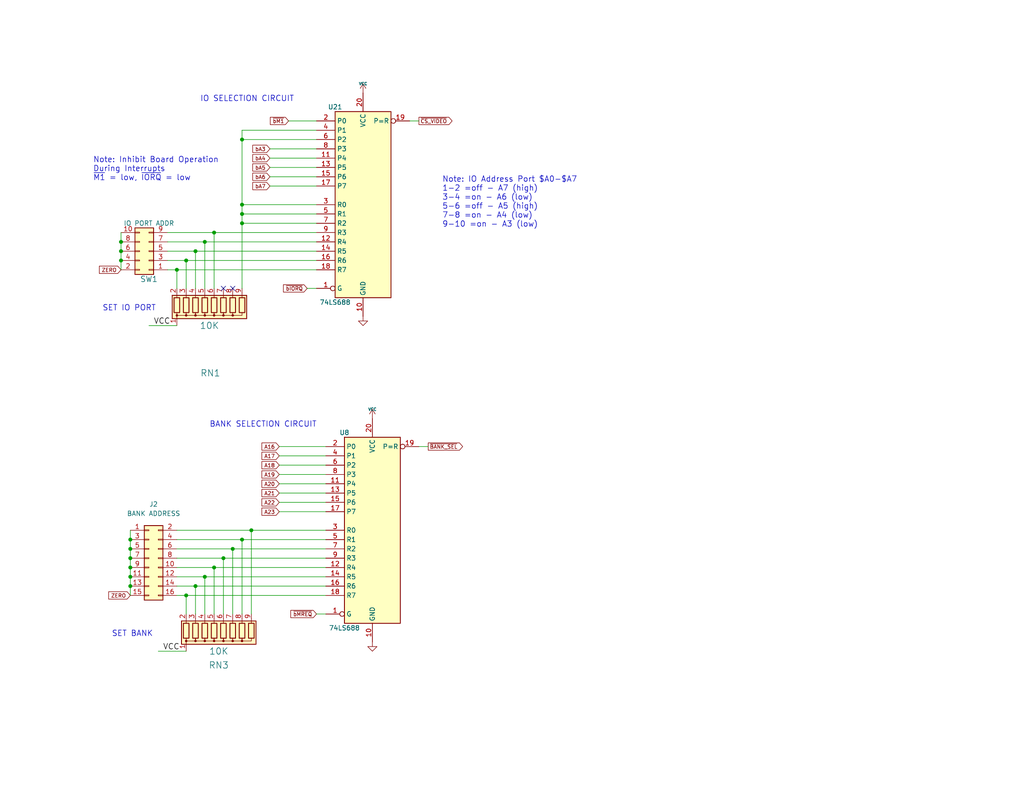
<source format=kicad_sch>
(kicad_sch (version 20230121) (generator eeschema)

  (uuid a085dca1-1c9e-46f1-bff4-cabeca5192f6)

  (paper "A")

  (title_block
    (title "Duodyne Memory Mapped VGA Video Output")
    (date "2024-12-08")
    (rev "V0.8")
  )

  (lib_symbols
    (symbol "74xx:74LS688" (in_bom yes) (on_board yes)
      (property "Reference" "U" (at -7.62 26.67 0)
        (effects (font (size 1.27 1.27)))
      )
      (property "Value" "74LS688" (at -7.62 -26.67 0)
        (effects (font (size 1.27 1.27)))
      )
      (property "Footprint" "" (at 0 0 0)
        (effects (font (size 1.27 1.27)) hide)
      )
      (property "Datasheet" "http://www.ti.com/lit/gpn/sn74LS688" (at 0 0 0)
        (effects (font (size 1.27 1.27)) hide)
      )
      (property "ki_keywords" "TTL DECOD Arith" (at 0 0 0)
        (effects (font (size 1.27 1.27)) hide)
      )
      (property "ki_description" "8-bit magnitude comparator" (at 0 0 0)
        (effects (font (size 1.27 1.27)) hide)
      )
      (property "ki_fp_filters" "DIP?20* SOIC?20* SO?20* TSSOP?20*" (at 0 0 0)
        (effects (font (size 1.27 1.27)) hide)
      )
      (symbol "74LS688_1_0"
        (pin input inverted (at -12.7 -22.86 0) (length 5.08)
          (name "G" (effects (font (size 1.27 1.27))))
          (number "1" (effects (font (size 1.27 1.27))))
        )
        (pin power_in line (at 0 -30.48 90) (length 5.08)
          (name "GND" (effects (font (size 1.27 1.27))))
          (number "10" (effects (font (size 1.27 1.27))))
        )
        (pin input line (at -12.7 12.7 0) (length 5.08)
          (name "P4" (effects (font (size 1.27 1.27))))
          (number "11" (effects (font (size 1.27 1.27))))
        )
        (pin input line (at -12.7 -10.16 0) (length 5.08)
          (name "R4" (effects (font (size 1.27 1.27))))
          (number "12" (effects (font (size 1.27 1.27))))
        )
        (pin input line (at -12.7 10.16 0) (length 5.08)
          (name "P5" (effects (font (size 1.27 1.27))))
          (number "13" (effects (font (size 1.27 1.27))))
        )
        (pin input line (at -12.7 -12.7 0) (length 5.08)
          (name "R5" (effects (font (size 1.27 1.27))))
          (number "14" (effects (font (size 1.27 1.27))))
        )
        (pin input line (at -12.7 7.62 0) (length 5.08)
          (name "P6" (effects (font (size 1.27 1.27))))
          (number "15" (effects (font (size 1.27 1.27))))
        )
        (pin input line (at -12.7 -15.24 0) (length 5.08)
          (name "R6" (effects (font (size 1.27 1.27))))
          (number "16" (effects (font (size 1.27 1.27))))
        )
        (pin input line (at -12.7 5.08 0) (length 5.08)
          (name "P7" (effects (font (size 1.27 1.27))))
          (number "17" (effects (font (size 1.27 1.27))))
        )
        (pin input line (at -12.7 -17.78 0) (length 5.08)
          (name "R7" (effects (font (size 1.27 1.27))))
          (number "18" (effects (font (size 1.27 1.27))))
        )
        (pin output inverted (at 12.7 22.86 180) (length 5.08)
          (name "P=R" (effects (font (size 1.27 1.27))))
          (number "19" (effects (font (size 1.27 1.27))))
        )
        (pin input line (at -12.7 22.86 0) (length 5.08)
          (name "P0" (effects (font (size 1.27 1.27))))
          (number "2" (effects (font (size 1.27 1.27))))
        )
        (pin power_in line (at 0 30.48 270) (length 5.08)
          (name "VCC" (effects (font (size 1.27 1.27))))
          (number "20" (effects (font (size 1.27 1.27))))
        )
        (pin input line (at -12.7 0 0) (length 5.08)
          (name "R0" (effects (font (size 1.27 1.27))))
          (number "3" (effects (font (size 1.27 1.27))))
        )
        (pin input line (at -12.7 20.32 0) (length 5.08)
          (name "P1" (effects (font (size 1.27 1.27))))
          (number "4" (effects (font (size 1.27 1.27))))
        )
        (pin input line (at -12.7 -2.54 0) (length 5.08)
          (name "R1" (effects (font (size 1.27 1.27))))
          (number "5" (effects (font (size 1.27 1.27))))
        )
        (pin input line (at -12.7 17.78 0) (length 5.08)
          (name "P2" (effects (font (size 1.27 1.27))))
          (number "6" (effects (font (size 1.27 1.27))))
        )
        (pin input line (at -12.7 -5.08 0) (length 5.08)
          (name "R2" (effects (font (size 1.27 1.27))))
          (number "7" (effects (font (size 1.27 1.27))))
        )
        (pin input line (at -12.7 15.24 0) (length 5.08)
          (name "P3" (effects (font (size 1.27 1.27))))
          (number "8" (effects (font (size 1.27 1.27))))
        )
        (pin input line (at -12.7 -7.62 0) (length 5.08)
          (name "R3" (effects (font (size 1.27 1.27))))
          (number "9" (effects (font (size 1.27 1.27))))
        )
      )
      (symbol "74LS688_1_1"
        (rectangle (start -7.62 25.4) (end 7.62 -25.4)
          (stroke (width 0.254) (type default))
          (fill (type background))
        )
      )
    )
    (symbol "Connector_Generic:Conn_02x05_Odd_Even" (pin_names (offset 1.016) hide) (in_bom yes) (on_board yes)
      (property "Reference" "J" (at 1.27 7.62 0)
        (effects (font (size 1.27 1.27)))
      )
      (property "Value" "Conn_02x05_Odd_Even" (at 1.27 -7.62 0)
        (effects (font (size 1.27 1.27)))
      )
      (property "Footprint" "" (at 0 0 0)
        (effects (font (size 1.27 1.27)) hide)
      )
      (property "Datasheet" "~" (at 0 0 0)
        (effects (font (size 1.27 1.27)) hide)
      )
      (property "ki_keywords" "connector" (at 0 0 0)
        (effects (font (size 1.27 1.27)) hide)
      )
      (property "ki_description" "Generic connector, double row, 02x05, odd/even pin numbering scheme (row 1 odd numbers, row 2 even numbers), script generated (kicad-library-utils/schlib/autogen/connector/)" (at 0 0 0)
        (effects (font (size 1.27 1.27)) hide)
      )
      (property "ki_fp_filters" "Connector*:*_2x??_*" (at 0 0 0)
        (effects (font (size 1.27 1.27)) hide)
      )
      (symbol "Conn_02x05_Odd_Even_1_1"
        (rectangle (start -1.27 -4.953) (end 0 -5.207)
          (stroke (width 0.1524) (type default))
          (fill (type none))
        )
        (rectangle (start -1.27 -2.413) (end 0 -2.667)
          (stroke (width 0.1524) (type default))
          (fill (type none))
        )
        (rectangle (start -1.27 0.127) (end 0 -0.127)
          (stroke (width 0.1524) (type default))
          (fill (type none))
        )
        (rectangle (start -1.27 2.667) (end 0 2.413)
          (stroke (width 0.1524) (type default))
          (fill (type none))
        )
        (rectangle (start -1.27 5.207) (end 0 4.953)
          (stroke (width 0.1524) (type default))
          (fill (type none))
        )
        (rectangle (start -1.27 6.35) (end 3.81 -6.35)
          (stroke (width 0.254) (type default))
          (fill (type background))
        )
        (rectangle (start 3.81 -4.953) (end 2.54 -5.207)
          (stroke (width 0.1524) (type default))
          (fill (type none))
        )
        (rectangle (start 3.81 -2.413) (end 2.54 -2.667)
          (stroke (width 0.1524) (type default))
          (fill (type none))
        )
        (rectangle (start 3.81 0.127) (end 2.54 -0.127)
          (stroke (width 0.1524) (type default))
          (fill (type none))
        )
        (rectangle (start 3.81 2.667) (end 2.54 2.413)
          (stroke (width 0.1524) (type default))
          (fill (type none))
        )
        (rectangle (start 3.81 5.207) (end 2.54 4.953)
          (stroke (width 0.1524) (type default))
          (fill (type none))
        )
        (pin passive line (at -5.08 5.08 0) (length 3.81)
          (name "Pin_1" (effects (font (size 1.27 1.27))))
          (number "1" (effects (font (size 1.27 1.27))))
        )
        (pin passive line (at 7.62 -5.08 180) (length 3.81)
          (name "Pin_10" (effects (font (size 1.27 1.27))))
          (number "10" (effects (font (size 1.27 1.27))))
        )
        (pin passive line (at 7.62 5.08 180) (length 3.81)
          (name "Pin_2" (effects (font (size 1.27 1.27))))
          (number "2" (effects (font (size 1.27 1.27))))
        )
        (pin passive line (at -5.08 2.54 0) (length 3.81)
          (name "Pin_3" (effects (font (size 1.27 1.27))))
          (number "3" (effects (font (size 1.27 1.27))))
        )
        (pin passive line (at 7.62 2.54 180) (length 3.81)
          (name "Pin_4" (effects (font (size 1.27 1.27))))
          (number "4" (effects (font (size 1.27 1.27))))
        )
        (pin passive line (at -5.08 0 0) (length 3.81)
          (name "Pin_5" (effects (font (size 1.27 1.27))))
          (number "5" (effects (font (size 1.27 1.27))))
        )
        (pin passive line (at 7.62 0 180) (length 3.81)
          (name "Pin_6" (effects (font (size 1.27 1.27))))
          (number "6" (effects (font (size 1.27 1.27))))
        )
        (pin passive line (at -5.08 -2.54 0) (length 3.81)
          (name "Pin_7" (effects (font (size 1.27 1.27))))
          (number "7" (effects (font (size 1.27 1.27))))
        )
        (pin passive line (at 7.62 -2.54 180) (length 3.81)
          (name "Pin_8" (effects (font (size 1.27 1.27))))
          (number "8" (effects (font (size 1.27 1.27))))
        )
        (pin passive line (at -5.08 -5.08 0) (length 3.81)
          (name "Pin_9" (effects (font (size 1.27 1.27))))
          (number "9" (effects (font (size 1.27 1.27))))
        )
      )
    )
    (symbol "Connector_Generic:Conn_02x08_Odd_Even" (pin_names (offset 1.016) hide) (in_bom yes) (on_board yes)
      (property "Reference" "J" (at 1.27 10.16 0)
        (effects (font (size 1.27 1.27)))
      )
      (property "Value" "Conn_02x08_Odd_Even" (at 1.27 -12.7 0)
        (effects (font (size 1.27 1.27)))
      )
      (property "Footprint" "" (at 0 0 0)
        (effects (font (size 1.27 1.27)) hide)
      )
      (property "Datasheet" "~" (at 0 0 0)
        (effects (font (size 1.27 1.27)) hide)
      )
      (property "ki_keywords" "connector" (at 0 0 0)
        (effects (font (size 1.27 1.27)) hide)
      )
      (property "ki_description" "Generic connector, double row, 02x08, odd/even pin numbering scheme (row 1 odd numbers, row 2 even numbers), script generated (kicad-library-utils/schlib/autogen/connector/)" (at 0 0 0)
        (effects (font (size 1.27 1.27)) hide)
      )
      (property "ki_fp_filters" "Connector*:*_2x??_*" (at 0 0 0)
        (effects (font (size 1.27 1.27)) hide)
      )
      (symbol "Conn_02x08_Odd_Even_1_1"
        (rectangle (start -1.27 -10.033) (end 0 -10.287)
          (stroke (width 0.1524) (type default))
          (fill (type none))
        )
        (rectangle (start -1.27 -7.493) (end 0 -7.747)
          (stroke (width 0.1524) (type default))
          (fill (type none))
        )
        (rectangle (start -1.27 -4.953) (end 0 -5.207)
          (stroke (width 0.1524) (type default))
          (fill (type none))
        )
        (rectangle (start -1.27 -2.413) (end 0 -2.667)
          (stroke (width 0.1524) (type default))
          (fill (type none))
        )
        (rectangle (start -1.27 0.127) (end 0 -0.127)
          (stroke (width 0.1524) (type default))
          (fill (type none))
        )
        (rectangle (start -1.27 2.667) (end 0 2.413)
          (stroke (width 0.1524) (type default))
          (fill (type none))
        )
        (rectangle (start -1.27 5.207) (end 0 4.953)
          (stroke (width 0.1524) (type default))
          (fill (type none))
        )
        (rectangle (start -1.27 7.747) (end 0 7.493)
          (stroke (width 0.1524) (type default))
          (fill (type none))
        )
        (rectangle (start -1.27 8.89) (end 3.81 -11.43)
          (stroke (width 0.254) (type default))
          (fill (type background))
        )
        (rectangle (start 3.81 -10.033) (end 2.54 -10.287)
          (stroke (width 0.1524) (type default))
          (fill (type none))
        )
        (rectangle (start 3.81 -7.493) (end 2.54 -7.747)
          (stroke (width 0.1524) (type default))
          (fill (type none))
        )
        (rectangle (start 3.81 -4.953) (end 2.54 -5.207)
          (stroke (width 0.1524) (type default))
          (fill (type none))
        )
        (rectangle (start 3.81 -2.413) (end 2.54 -2.667)
          (stroke (width 0.1524) (type default))
          (fill (type none))
        )
        (rectangle (start 3.81 0.127) (end 2.54 -0.127)
          (stroke (width 0.1524) (type default))
          (fill (type none))
        )
        (rectangle (start 3.81 2.667) (end 2.54 2.413)
          (stroke (width 0.1524) (type default))
          (fill (type none))
        )
        (rectangle (start 3.81 5.207) (end 2.54 4.953)
          (stroke (width 0.1524) (type default))
          (fill (type none))
        )
        (rectangle (start 3.81 7.747) (end 2.54 7.493)
          (stroke (width 0.1524) (type default))
          (fill (type none))
        )
        (pin passive line (at -5.08 7.62 0) (length 3.81)
          (name "Pin_1" (effects (font (size 1.27 1.27))))
          (number "1" (effects (font (size 1.27 1.27))))
        )
        (pin passive line (at 7.62 -2.54 180) (length 3.81)
          (name "Pin_10" (effects (font (size 1.27 1.27))))
          (number "10" (effects (font (size 1.27 1.27))))
        )
        (pin passive line (at -5.08 -5.08 0) (length 3.81)
          (name "Pin_11" (effects (font (size 1.27 1.27))))
          (number "11" (effects (font (size 1.27 1.27))))
        )
        (pin passive line (at 7.62 -5.08 180) (length 3.81)
          (name "Pin_12" (effects (font (size 1.27 1.27))))
          (number "12" (effects (font (size 1.27 1.27))))
        )
        (pin passive line (at -5.08 -7.62 0) (length 3.81)
          (name "Pin_13" (effects (font (size 1.27 1.27))))
          (number "13" (effects (font (size 1.27 1.27))))
        )
        (pin passive line (at 7.62 -7.62 180) (length 3.81)
          (name "Pin_14" (effects (font (size 1.27 1.27))))
          (number "14" (effects (font (size 1.27 1.27))))
        )
        (pin passive line (at -5.08 -10.16 0) (length 3.81)
          (name "Pin_15" (effects (font (size 1.27 1.27))))
          (number "15" (effects (font (size 1.27 1.27))))
        )
        (pin passive line (at 7.62 -10.16 180) (length 3.81)
          (name "Pin_16" (effects (font (size 1.27 1.27))))
          (number "16" (effects (font (size 1.27 1.27))))
        )
        (pin passive line (at 7.62 7.62 180) (length 3.81)
          (name "Pin_2" (effects (font (size 1.27 1.27))))
          (number "2" (effects (font (size 1.27 1.27))))
        )
        (pin passive line (at -5.08 5.08 0) (length 3.81)
          (name "Pin_3" (effects (font (size 1.27 1.27))))
          (number "3" (effects (font (size 1.27 1.27))))
        )
        (pin passive line (at 7.62 5.08 180) (length 3.81)
          (name "Pin_4" (effects (font (size 1.27 1.27))))
          (number "4" (effects (font (size 1.27 1.27))))
        )
        (pin passive line (at -5.08 2.54 0) (length 3.81)
          (name "Pin_5" (effects (font (size 1.27 1.27))))
          (number "5" (effects (font (size 1.27 1.27))))
        )
        (pin passive line (at 7.62 2.54 180) (length 3.81)
          (name "Pin_6" (effects (font (size 1.27 1.27))))
          (number "6" (effects (font (size 1.27 1.27))))
        )
        (pin passive line (at -5.08 0 0) (length 3.81)
          (name "Pin_7" (effects (font (size 1.27 1.27))))
          (number "7" (effects (font (size 1.27 1.27))))
        )
        (pin passive line (at 7.62 0 180) (length 3.81)
          (name "Pin_8" (effects (font (size 1.27 1.27))))
          (number "8" (effects (font (size 1.27 1.27))))
        )
        (pin passive line (at -5.08 -2.54 0) (length 3.81)
          (name "Pin_9" (effects (font (size 1.27 1.27))))
          (number "9" (effects (font (size 1.27 1.27))))
        )
      )
    )
    (symbol "Device:R_Network08" (pin_names (offset 0) hide) (in_bom yes) (on_board yes)
      (property "Reference" "RN" (at -12.7 0 90)
        (effects (font (size 1.27 1.27)))
      )
      (property "Value" "R_Network08" (at 10.16 0 90)
        (effects (font (size 1.27 1.27)))
      )
      (property "Footprint" "Resistor_THT:R_Array_SIP9" (at 12.065 0 90)
        (effects (font (size 1.27 1.27)) hide)
      )
      (property "Datasheet" "http://www.vishay.com/docs/31509/csc.pdf" (at 0 0 0)
        (effects (font (size 1.27 1.27)) hide)
      )
      (property "ki_keywords" "R network star-topology" (at 0 0 0)
        (effects (font (size 1.27 1.27)) hide)
      )
      (property "ki_description" "8 resistor network, star topology, bussed resistors, small symbol" (at 0 0 0)
        (effects (font (size 1.27 1.27)) hide)
      )
      (property "ki_fp_filters" "R?Array?SIP*" (at 0 0 0)
        (effects (font (size 1.27 1.27)) hide)
      )
      (symbol "R_Network08_0_1"
        (rectangle (start -11.43 -3.175) (end 8.89 3.175)
          (stroke (width 0.254) (type default))
          (fill (type background))
        )
        (rectangle (start -10.922 1.524) (end -9.398 -2.54)
          (stroke (width 0.254) (type default))
          (fill (type none))
        )
        (circle (center -10.16 2.286) (radius 0.254)
          (stroke (width 0) (type default))
          (fill (type outline))
        )
        (rectangle (start -8.382 1.524) (end -6.858 -2.54)
          (stroke (width 0.254) (type default))
          (fill (type none))
        )
        (circle (center -7.62 2.286) (radius 0.254)
          (stroke (width 0) (type default))
          (fill (type outline))
        )
        (rectangle (start -5.842 1.524) (end -4.318 -2.54)
          (stroke (width 0.254) (type default))
          (fill (type none))
        )
        (circle (center -5.08 2.286) (radius 0.254)
          (stroke (width 0) (type default))
          (fill (type outline))
        )
        (rectangle (start -3.302 1.524) (end -1.778 -2.54)
          (stroke (width 0.254) (type default))
          (fill (type none))
        )
        (circle (center -2.54 2.286) (radius 0.254)
          (stroke (width 0) (type default))
          (fill (type outline))
        )
        (rectangle (start -0.762 1.524) (end 0.762 -2.54)
          (stroke (width 0.254) (type default))
          (fill (type none))
        )
        (polyline
          (pts
            (xy -10.16 -2.54)
            (xy -10.16 -3.81)
          )
          (stroke (width 0) (type default))
          (fill (type none))
        )
        (polyline
          (pts
            (xy -7.62 -2.54)
            (xy -7.62 -3.81)
          )
          (stroke (width 0) (type default))
          (fill (type none))
        )
        (polyline
          (pts
            (xy -5.08 -2.54)
            (xy -5.08 -3.81)
          )
          (stroke (width 0) (type default))
          (fill (type none))
        )
        (polyline
          (pts
            (xy -2.54 -2.54)
            (xy -2.54 -3.81)
          )
          (stroke (width 0) (type default))
          (fill (type none))
        )
        (polyline
          (pts
            (xy 0 -2.54)
            (xy 0 -3.81)
          )
          (stroke (width 0) (type default))
          (fill (type none))
        )
        (polyline
          (pts
            (xy 2.54 -2.54)
            (xy 2.54 -3.81)
          )
          (stroke (width 0) (type default))
          (fill (type none))
        )
        (polyline
          (pts
            (xy 5.08 -2.54)
            (xy 5.08 -3.81)
          )
          (stroke (width 0) (type default))
          (fill (type none))
        )
        (polyline
          (pts
            (xy 7.62 -2.54)
            (xy 7.62 -3.81)
          )
          (stroke (width 0) (type default))
          (fill (type none))
        )
        (polyline
          (pts
            (xy -10.16 1.524)
            (xy -10.16 2.286)
            (xy -7.62 2.286)
            (xy -7.62 1.524)
          )
          (stroke (width 0) (type default))
          (fill (type none))
        )
        (polyline
          (pts
            (xy -7.62 1.524)
            (xy -7.62 2.286)
            (xy -5.08 2.286)
            (xy -5.08 1.524)
          )
          (stroke (width 0) (type default))
          (fill (type none))
        )
        (polyline
          (pts
            (xy -5.08 1.524)
            (xy -5.08 2.286)
            (xy -2.54 2.286)
            (xy -2.54 1.524)
          )
          (stroke (width 0) (type default))
          (fill (type none))
        )
        (polyline
          (pts
            (xy -2.54 1.524)
            (xy -2.54 2.286)
            (xy 0 2.286)
            (xy 0 1.524)
          )
          (stroke (width 0) (type default))
          (fill (type none))
        )
        (polyline
          (pts
            (xy 0 1.524)
            (xy 0 2.286)
            (xy 2.54 2.286)
            (xy 2.54 1.524)
          )
          (stroke (width 0) (type default))
          (fill (type none))
        )
        (polyline
          (pts
            (xy 2.54 1.524)
            (xy 2.54 2.286)
            (xy 5.08 2.286)
            (xy 5.08 1.524)
          )
          (stroke (width 0) (type default))
          (fill (type none))
        )
        (polyline
          (pts
            (xy 5.08 1.524)
            (xy 5.08 2.286)
            (xy 7.62 2.286)
            (xy 7.62 1.524)
          )
          (stroke (width 0) (type default))
          (fill (type none))
        )
        (circle (center 0 2.286) (radius 0.254)
          (stroke (width 0) (type default))
          (fill (type outline))
        )
        (rectangle (start 1.778 1.524) (end 3.302 -2.54)
          (stroke (width 0.254) (type default))
          (fill (type none))
        )
        (circle (center 2.54 2.286) (radius 0.254)
          (stroke (width 0) (type default))
          (fill (type outline))
        )
        (rectangle (start 4.318 1.524) (end 5.842 -2.54)
          (stroke (width 0.254) (type default))
          (fill (type none))
        )
        (circle (center 5.08 2.286) (radius 0.254)
          (stroke (width 0) (type default))
          (fill (type outline))
        )
        (rectangle (start 6.858 1.524) (end 8.382 -2.54)
          (stroke (width 0.254) (type default))
          (fill (type none))
        )
      )
      (symbol "R_Network08_1_1"
        (pin passive line (at -10.16 5.08 270) (length 2.54)
          (name "common" (effects (font (size 1.27 1.27))))
          (number "1" (effects (font (size 1.27 1.27))))
        )
        (pin passive line (at -10.16 -5.08 90) (length 1.27)
          (name "R1" (effects (font (size 1.27 1.27))))
          (number "2" (effects (font (size 1.27 1.27))))
        )
        (pin passive line (at -7.62 -5.08 90) (length 1.27)
          (name "R2" (effects (font (size 1.27 1.27))))
          (number "3" (effects (font (size 1.27 1.27))))
        )
        (pin passive line (at -5.08 -5.08 90) (length 1.27)
          (name "R3" (effects (font (size 1.27 1.27))))
          (number "4" (effects (font (size 1.27 1.27))))
        )
        (pin passive line (at -2.54 -5.08 90) (length 1.27)
          (name "R4" (effects (font (size 1.27 1.27))))
          (number "5" (effects (font (size 1.27 1.27))))
        )
        (pin passive line (at 0 -5.08 90) (length 1.27)
          (name "R5" (effects (font (size 1.27 1.27))))
          (number "6" (effects (font (size 1.27 1.27))))
        )
        (pin passive line (at 2.54 -5.08 90) (length 1.27)
          (name "R6" (effects (font (size 1.27 1.27))))
          (number "7" (effects (font (size 1.27 1.27))))
        )
        (pin passive line (at 5.08 -5.08 90) (length 1.27)
          (name "R7" (effects (font (size 1.27 1.27))))
          (number "8" (effects (font (size 1.27 1.27))))
        )
        (pin passive line (at 7.62 -5.08 90) (length 1.27)
          (name "R8" (effects (font (size 1.27 1.27))))
          (number "9" (effects (font (size 1.27 1.27))))
        )
      )
    )
    (symbol "power:GND" (power) (pin_names (offset 0)) (in_bom yes) (on_board yes)
      (property "Reference" "#PWR" (at 0 -6.35 0)
        (effects (font (size 1.27 1.27)) hide)
      )
      (property "Value" "GND" (at 0 -3.81 0)
        (effects (font (size 1.27 1.27)))
      )
      (property "Footprint" "" (at 0 0 0)
        (effects (font (size 1.27 1.27)) hide)
      )
      (property "Datasheet" "" (at 0 0 0)
        (effects (font (size 1.27 1.27)) hide)
      )
      (property "ki_keywords" "global power" (at 0 0 0)
        (effects (font (size 1.27 1.27)) hide)
      )
      (property "ki_description" "Power symbol creates a global label with name \"GND\" , ground" (at 0 0 0)
        (effects (font (size 1.27 1.27)) hide)
      )
      (symbol "GND_0_1"
        (polyline
          (pts
            (xy 0 0)
            (xy 0 -1.27)
            (xy 1.27 -1.27)
            (xy 0 -2.54)
            (xy -1.27 -1.27)
            (xy 0 -1.27)
          )
          (stroke (width 0) (type default))
          (fill (type none))
        )
      )
      (symbol "GND_1_1"
        (pin power_in line (at 0 0 270) (length 0) hide
          (name "GND" (effects (font (size 1.27 1.27))))
          (number "1" (effects (font (size 1.27 1.27))))
        )
      )
    )
    (symbol "power:VCC" (power) (pin_names (offset 0)) (in_bom yes) (on_board yes)
      (property "Reference" "#PWR" (at 0 -3.81 0)
        (effects (font (size 1.27 1.27)) hide)
      )
      (property "Value" "VCC" (at 0 3.81 0)
        (effects (font (size 1.27 1.27)))
      )
      (property "Footprint" "" (at 0 0 0)
        (effects (font (size 1.27 1.27)) hide)
      )
      (property "Datasheet" "" (at 0 0 0)
        (effects (font (size 1.27 1.27)) hide)
      )
      (property "ki_keywords" "global power" (at 0 0 0)
        (effects (font (size 1.27 1.27)) hide)
      )
      (property "ki_description" "Power symbol creates a global label with name \"VCC\"" (at 0 0 0)
        (effects (font (size 1.27 1.27)) hide)
      )
      (symbol "VCC_0_1"
        (polyline
          (pts
            (xy -0.762 1.27)
            (xy 0 2.54)
          )
          (stroke (width 0) (type default))
          (fill (type none))
        )
        (polyline
          (pts
            (xy 0 0)
            (xy 0 2.54)
          )
          (stroke (width 0) (type default))
          (fill (type none))
        )
        (polyline
          (pts
            (xy 0 2.54)
            (xy 0.762 1.27)
          )
          (stroke (width 0) (type default))
          (fill (type none))
        )
      )
      (symbol "VCC_1_1"
        (pin power_in line (at 0 0 90) (length 0) hide
          (name "VCC" (effects (font (size 1.27 1.27))))
          (number "1" (effects (font (size 1.27 1.27))))
        )
      )
    )
  )

  (junction (at 63.5 149.86) (diameter 0) (color 0 0 0 0)
    (uuid 06937532-6ace-4c1a-80b2-b51849cd5411)
  )
  (junction (at 60.96 152.4) (diameter 0) (color 0 0 0 0)
    (uuid 1310565e-6dd2-460d-84c9-c86478c3db16)
  )
  (junction (at 33.02 66.04) (diameter 0) (color 0 0 0 0)
    (uuid 15dccc37-69ac-40db-bb20-2a2dd255b3d4)
  )
  (junction (at 33.02 71.12) (diameter 0) (color 0 0 0 0)
    (uuid 1825ac12-fc34-4fc2-9a2d-ea4544f824a8)
  )
  (junction (at 55.88 157.48) (diameter 0) (color 0 0 0 0)
    (uuid 23d7528b-767b-494d-a2a5-8ea8067307d7)
  )
  (junction (at 35.56 152.4) (diameter 0) (color 0 0 0 0)
    (uuid 27fcde52-a7f3-4097-9024-8492d00fde05)
  )
  (junction (at 66.04 58.42) (diameter 0) (color 0 0 0 0)
    (uuid 3cf2f57f-6abc-4471-a49b-0a27e1a7743a)
  )
  (junction (at 50.8 71.12) (diameter 0) (color 0 0 0 0)
    (uuid 532800d0-ee19-4e1a-b3d5-b63581088457)
  )
  (junction (at 58.42 63.5) (diameter 0) (color 0 0 0 0)
    (uuid 58d35047-b566-4523-bff3-222543f1ab57)
  )
  (junction (at 35.56 147.32) (diameter 0) (color 0 0 0 0)
    (uuid 67e5ad53-b4cf-409b-a44a-36f15839611e)
  )
  (junction (at 35.56 160.02) (diameter 0) (color 0 0 0 0)
    (uuid 6b68c348-c852-442f-a14c-20674ce6b96d)
  )
  (junction (at 35.56 157.48) (diameter 0) (color 0 0 0 0)
    (uuid 6bad10e9-90b4-4899-98c8-c6f0efce0091)
  )
  (junction (at 50.8 162.56) (diameter 0) (color 0 0 0 0)
    (uuid 7148de23-aa28-48c0-9298-a8b0dea24aba)
  )
  (junction (at 66.04 55.88) (diameter 0) (color 0 0 0 0)
    (uuid 89f9eade-0eeb-489e-9041-9cd6d50f9f89)
  )
  (junction (at 53.34 68.58) (diameter 0) (color 0 0 0 0)
    (uuid 8eb8da00-6d9a-4633-b424-b40b394852d0)
  )
  (junction (at 58.42 154.94) (diameter 0) (color 0 0 0 0)
    (uuid 8f425942-c686-40fb-bc31-0a04bbf2a69b)
  )
  (junction (at 48.26 73.66) (diameter 0) (color 0 0 0 0)
    (uuid 98fb6e10-175a-48b4-b105-c2874574f089)
  )
  (junction (at 33.02 68.58) (diameter 0) (color 0 0 0 0)
    (uuid a74315f3-00ba-4153-a5bd-c7d9b212faa0)
  )
  (junction (at 66.04 60.96) (diameter 0) (color 0 0 0 0)
    (uuid bb530ee3-9c0e-4053-8c33-b8237818f297)
  )
  (junction (at 35.56 154.94) (diameter 0) (color 0 0 0 0)
    (uuid bb803813-b3ac-416e-a552-e143825c106f)
  )
  (junction (at 53.34 160.02) (diameter 0) (color 0 0 0 0)
    (uuid bf1f83ce-c5d4-475f-b381-bf3d5b17e5ac)
  )
  (junction (at 66.04 38.1) (diameter 0) (color 0 0 0 0)
    (uuid d63c5fbe-9c97-4aa9-aaad-8c6098df5d61)
  )
  (junction (at 68.58 144.78) (diameter 0) (color 0 0 0 0)
    (uuid d78bfa5b-c05e-4524-9489-093845ae7c1b)
  )
  (junction (at 35.56 149.86) (diameter 0) (color 0 0 0 0)
    (uuid e2874216-8569-4faf-a34d-f89f08de86e9)
  )
  (junction (at 66.04 147.32) (diameter 0) (color 0 0 0 0)
    (uuid f70e6726-dbfd-4566-9848-f110bfd9947d)
  )
  (junction (at 55.88 66.04) (diameter 0) (color 0 0 0 0)
    (uuid f9e40509-c414-4577-9204-61a261c0cf59)
  )

  (no_connect (at 60.96 78.74) (uuid 1780cbc8-f1b2-4176-9a68-d45e5da6c248))
  (no_connect (at 63.5 78.74) (uuid e326525a-9c5b-4c93-8e02-bffd010ca5ed))

  (wire (pts (xy 33.02 63.5) (xy 33.02 66.04))
    (stroke (width 0) (type default))
    (uuid 03be854a-0320-47b1-b5f0-2879dee7b392)
  )
  (wire (pts (xy 68.58 144.78) (xy 88.9 144.78))
    (stroke (width 0) (type default))
    (uuid 057ee32c-abbd-4f68-91cb-5dae5dfe7925)
  )
  (wire (pts (xy 35.56 157.48) (xy 35.56 160.02))
    (stroke (width 0) (type default))
    (uuid 0786710c-38b6-44d0-8e74-695d867160cb)
  )
  (wire (pts (xy 35.56 149.86) (xy 35.56 152.4))
    (stroke (width 0) (type default))
    (uuid 078f042c-2558-4e5c-b34c-427ce71e6dca)
  )
  (wire (pts (xy 78.74 33.02) (xy 86.36 33.02))
    (stroke (width 0) (type default))
    (uuid 0d5587b3-1fa4-42dc-b741-b6ac580efba2)
  )
  (wire (pts (xy 66.04 60.96) (xy 66.04 78.74))
    (stroke (width 0) (type default))
    (uuid 120cc132-fa9c-4eb9-9f36-7a1bb0dd0d17)
  )
  (wire (pts (xy 68.58 144.78) (xy 68.58 167.64))
    (stroke (width 0) (type default))
    (uuid 17485aae-d8f2-4880-88d2-1725ace57190)
  )
  (wire (pts (xy 33.02 66.04) (xy 33.02 68.58))
    (stroke (width 0) (type default))
    (uuid 1d8c9614-9697-43b0-98be-53a4b8666030)
  )
  (wire (pts (xy 88.9 167.64) (xy 86.36 167.64))
    (stroke (width 0) (type default))
    (uuid 1e45fa81-a478-42ed-a107-427393f033ca)
  )
  (wire (pts (xy 53.34 68.58) (xy 86.36 68.58))
    (stroke (width 0) (type default))
    (uuid 1fc99555-7ab6-49fd-a080-4253905f6cac)
  )
  (wire (pts (xy 45.72 71.12) (xy 50.8 71.12))
    (stroke (width 0) (type default))
    (uuid 2af927ee-66d8-4fa1-bff3-a693e912ff71)
  )
  (wire (pts (xy 53.34 167.64) (xy 53.34 160.02))
    (stroke (width 0) (type default))
    (uuid 2cb67bac-f904-4029-bd12-8dad59d3cdd0)
  )
  (wire (pts (xy 48.26 78.74) (xy 48.26 73.66))
    (stroke (width 0) (type default))
    (uuid 31a8c126-8f83-4728-8544-a20e9dce27d5)
  )
  (wire (pts (xy 50.8 71.12) (xy 86.36 71.12))
    (stroke (width 0) (type default))
    (uuid 32395282-e8fb-4705-94e4-0c3e0a854294)
  )
  (wire (pts (xy 58.42 63.5) (xy 86.36 63.5))
    (stroke (width 0) (type default))
    (uuid 37c09edf-aea5-424c-b8cc-fbb2074e8b62)
  )
  (wire (pts (xy 48.26 147.32) (xy 66.04 147.32))
    (stroke (width 0) (type default))
    (uuid 405979ca-e0f1-4f8e-8a2f-572e99fe0bbe)
  )
  (wire (pts (xy 53.34 160.02) (xy 88.9 160.02))
    (stroke (width 0) (type default))
    (uuid 4b9efa2f-6149-4611-b80e-165e1baf1745)
  )
  (wire (pts (xy 48.26 157.48) (xy 55.88 157.48))
    (stroke (width 0) (type default))
    (uuid 4c4e19ac-5d85-49c0-bf83-80893f848a0d)
  )
  (wire (pts (xy 76.2 121.92) (xy 88.9 121.92))
    (stroke (width 0) (type default))
    (uuid 4f453ad7-7cce-4cde-a7c3-a7f62a84b593)
  )
  (wire (pts (xy 35.56 154.94) (xy 35.56 157.48))
    (stroke (width 0) (type default))
    (uuid 50fc6d38-9cfa-4a2a-9998-35db503162e2)
  )
  (wire (pts (xy 76.2 134.62) (xy 88.9 134.62))
    (stroke (width 0) (type default))
    (uuid 5207e603-f90a-487a-9d25-502002e47c8b)
  )
  (wire (pts (xy 86.36 35.56) (xy 66.04 35.56))
    (stroke (width 0) (type default))
    (uuid 527a40ff-1c01-4869-a608-2be53aadac5c)
  )
  (wire (pts (xy 76.2 137.16) (xy 88.9 137.16))
    (stroke (width 0) (type default))
    (uuid 52b9fdf9-1890-4e28-9eb0-b7a4d690db93)
  )
  (wire (pts (xy 60.96 152.4) (xy 88.9 152.4))
    (stroke (width 0) (type default))
    (uuid 53aa958e-a8d7-4b0a-8929-711441ef7d28)
  )
  (wire (pts (xy 48.26 149.86) (xy 63.5 149.86))
    (stroke (width 0) (type default))
    (uuid 57233326-cc6b-4109-99d2-ab83a07711b1)
  )
  (wire (pts (xy 33.02 71.12) (xy 33.02 73.66))
    (stroke (width 0) (type default))
    (uuid 57469954-2ad2-4a79-9ca6-4e2f7ea61662)
  )
  (wire (pts (xy 76.2 127) (xy 88.9 127))
    (stroke (width 0) (type default))
    (uuid 5f8a2829-ba14-410e-be40-0f86a3c61556)
  )
  (wire (pts (xy 55.88 78.74) (xy 55.88 66.04))
    (stroke (width 0) (type default))
    (uuid 5fec8539-9102-4174-9645-ec21228dfc5a)
  )
  (wire (pts (xy 66.04 60.96) (xy 86.36 60.96))
    (stroke (width 0) (type default))
    (uuid 63c557d8-b90e-4d90-8431-c59eaeab8348)
  )
  (wire (pts (xy 58.42 63.5) (xy 58.42 78.74))
    (stroke (width 0) (type default))
    (uuid 63f5ee78-551c-4870-befd-792d1e4d514f)
  )
  (wire (pts (xy 48.26 154.94) (xy 58.42 154.94))
    (stroke (width 0) (type default))
    (uuid 64687c0e-d517-4f13-b448-ef025247eecd)
  )
  (wire (pts (xy 43.18 177.8) (xy 50.8 177.8))
    (stroke (width 0) (type default))
    (uuid 685340c6-12f0-40da-96b7-ea15ccd15d37)
  )
  (wire (pts (xy 66.04 55.88) (xy 86.36 55.88))
    (stroke (width 0) (type default))
    (uuid 69ffbfd8-4fcb-49ac-82e1-444a8448cac2)
  )
  (wire (pts (xy 48.26 73.66) (xy 86.36 73.66))
    (stroke (width 0) (type default))
    (uuid 6b4b237c-cc08-4444-a2b5-6006ed5133a0)
  )
  (wire (pts (xy 50.8 167.64) (xy 50.8 162.56))
    (stroke (width 0) (type default))
    (uuid 6bc0f3fe-c838-450c-9f2e-f8bf0072020d)
  )
  (wire (pts (xy 73.66 48.26) (xy 86.36 48.26))
    (stroke (width 0) (type default))
    (uuid 6e6b3cbb-5ac6-4bea-b4df-c97c1b113cf4)
  )
  (wire (pts (xy 40.64 88.9) (xy 48.26 88.9))
    (stroke (width 0) (type default))
    (uuid 6ee00add-b140-432c-9577-87a5bd761fc2)
  )
  (wire (pts (xy 35.56 144.78) (xy 35.56 147.32))
    (stroke (width 0) (type default))
    (uuid 6fed8c16-7889-4b18-b415-10994efd428d)
  )
  (wire (pts (xy 114.3 121.92) (xy 116.84 121.92))
    (stroke (width 0) (type default))
    (uuid 7725b945-50f3-43b9-a055-9719fffa3fa7)
  )
  (wire (pts (xy 66.04 38.1) (xy 66.04 55.88))
    (stroke (width 0) (type default))
    (uuid 7b187928-e000-47db-a403-c1f611664881)
  )
  (wire (pts (xy 66.04 147.32) (xy 88.9 147.32))
    (stroke (width 0) (type default))
    (uuid 877154f6-debf-4a51-8585-7aa640e17648)
  )
  (wire (pts (xy 76.2 139.7) (xy 88.9 139.7))
    (stroke (width 0) (type default))
    (uuid 8bbbded2-3dae-4a8a-91d4-8808b718c827)
  )
  (wire (pts (xy 50.8 162.56) (xy 88.9 162.56))
    (stroke (width 0) (type default))
    (uuid 8e0a8cc1-c368-4b6d-a7a7-be13563a478e)
  )
  (wire (pts (xy 45.72 66.04) (xy 55.88 66.04))
    (stroke (width 0) (type default))
    (uuid 8ebd7248-86ef-4394-a939-3562e79f2539)
  )
  (wire (pts (xy 66.04 60.96) (xy 66.04 58.42))
    (stroke (width 0) (type default))
    (uuid 909919f0-0c51-4d3b-8d19-c8452d3d963f)
  )
  (wire (pts (xy 55.88 157.48) (xy 88.9 157.48))
    (stroke (width 0) (type default))
    (uuid 954a6d7b-6dbc-4265-bcb2-7a64ff078157)
  )
  (wire (pts (xy 33.02 68.58) (xy 33.02 71.12))
    (stroke (width 0) (type default))
    (uuid 964d11d5-1556-4eb0-8b13-d5d6a32743e6)
  )
  (wire (pts (xy 60.96 152.4) (xy 60.96 167.64))
    (stroke (width 0) (type default))
    (uuid a220b1d0-be80-4be4-bb5d-09359fd2f52b)
  )
  (wire (pts (xy 45.72 68.58) (xy 53.34 68.58))
    (stroke (width 0) (type default))
    (uuid a6de7636-af05-43bc-85c4-a5742b3d76db)
  )
  (wire (pts (xy 66.04 147.32) (xy 66.04 167.64))
    (stroke (width 0) (type default))
    (uuid a749a36d-2427-4853-a038-139aa4423636)
  )
  (wire (pts (xy 76.2 129.54) (xy 88.9 129.54))
    (stroke (width 0) (type default))
    (uuid aea196d7-dc19-4e6d-a520-1f1cf304495f)
  )
  (wire (pts (xy 35.56 160.02) (xy 35.56 162.56))
    (stroke (width 0) (type default))
    (uuid b62d86d1-b25b-4f24-bd3f-4bb6cad4ae36)
  )
  (wire (pts (xy 48.26 152.4) (xy 60.96 152.4))
    (stroke (width 0) (type default))
    (uuid b803071c-85bb-448d-9884-7daced3aa200)
  )
  (wire (pts (xy 66.04 35.56) (xy 66.04 38.1))
    (stroke (width 0) (type default))
    (uuid bbd6b37c-fe96-465c-9914-530bd0593dd7)
  )
  (wire (pts (xy 53.34 78.74) (xy 53.34 68.58))
    (stroke (width 0) (type default))
    (uuid bbd929f7-1fdb-4b39-bfd8-8dcea53b093e)
  )
  (wire (pts (xy 66.04 58.42) (xy 66.04 55.88))
    (stroke (width 0) (type default))
    (uuid bbe3bca3-cfe2-4b83-9635-45989fc6f044)
  )
  (wire (pts (xy 48.26 144.78) (xy 68.58 144.78))
    (stroke (width 0) (type default))
    (uuid c0d50e48-f9e8-401f-bc4e-aea419d37f5c)
  )
  (wire (pts (xy 73.66 40.64) (xy 86.36 40.64))
    (stroke (width 0) (type default))
    (uuid c15d568c-f0f5-40d3-bab3-d11cd83f252f)
  )
  (wire (pts (xy 73.66 43.18) (xy 86.36 43.18))
    (stroke (width 0) (type default))
    (uuid c1b45017-f355-46e3-a6b0-5c36fe25a9b0)
  )
  (wire (pts (xy 45.72 63.5) (xy 58.42 63.5))
    (stroke (width 0) (type default))
    (uuid c1c44c4b-a7cc-4f10-9764-4523e922756e)
  )
  (wire (pts (xy 48.26 160.02) (xy 53.34 160.02))
    (stroke (width 0) (type default))
    (uuid c2b9f5df-3f76-4072-bd7f-d7e4e837b685)
  )
  (wire (pts (xy 66.04 38.1) (xy 86.36 38.1))
    (stroke (width 0) (type default))
    (uuid c3342a9e-5a7e-408d-a027-f6e8d1e49eb2)
  )
  (wire (pts (xy 73.66 45.72) (xy 86.36 45.72))
    (stroke (width 0) (type default))
    (uuid c79894e3-cd22-431d-b0f8-3cfb4202adb6)
  )
  (wire (pts (xy 73.66 50.8) (xy 86.36 50.8))
    (stroke (width 0) (type default))
    (uuid cd4a2d6a-07df-451c-b5fa-71d82c80cd5e)
  )
  (wire (pts (xy 50.8 78.74) (xy 50.8 71.12))
    (stroke (width 0) (type default))
    (uuid d2e939c2-6f11-41cd-8848-d6444f4e28f9)
  )
  (wire (pts (xy 63.5 149.86) (xy 63.5 167.64))
    (stroke (width 0) (type default))
    (uuid d745c8fa-c073-486a-b9a0-94114243c827)
  )
  (wire (pts (xy 63.5 149.86) (xy 88.9 149.86))
    (stroke (width 0) (type default))
    (uuid d96e5d23-edcf-4d16-af70-c9040311561f)
  )
  (wire (pts (xy 66.04 58.42) (xy 86.36 58.42))
    (stroke (width 0) (type default))
    (uuid df2e2703-74cf-49d3-90ba-fd28d2755d5f)
  )
  (wire (pts (xy 58.42 154.94) (xy 88.9 154.94))
    (stroke (width 0) (type default))
    (uuid e0ecc94c-6cbc-40de-bb38-75050f3a853e)
  )
  (wire (pts (xy 76.2 132.08) (xy 88.9 132.08))
    (stroke (width 0) (type default))
    (uuid e536a5ea-687e-459e-b25f-6adddf862b17)
  )
  (wire (pts (xy 76.2 124.46) (xy 88.9 124.46))
    (stroke (width 0) (type default))
    (uuid e7b5c87a-ba20-4477-ba5e-6a836a215939)
  )
  (wire (pts (xy 111.76 33.02) (xy 114.3 33.02))
    (stroke (width 0) (type default))
    (uuid eb085f43-32c0-4a37-9488-dfd1a6d5a4fd)
  )
  (wire (pts (xy 55.88 66.04) (xy 86.36 66.04))
    (stroke (width 0) (type default))
    (uuid eed9caeb-7363-4186-9d6c-afc7fdded92c)
  )
  (wire (pts (xy 55.88 167.64) (xy 55.88 157.48))
    (stroke (width 0) (type default))
    (uuid efe55932-dd89-4af2-9a68-2cbf43ff59cc)
  )
  (wire (pts (xy 48.26 162.56) (xy 50.8 162.56))
    (stroke (width 0) (type default))
    (uuid f1067e70-2fa8-4acb-8319-9873bb1cef41)
  )
  (wire (pts (xy 58.42 167.64) (xy 58.42 154.94))
    (stroke (width 0) (type default))
    (uuid f4efa79f-f34a-4e3e-b83c-ea472c6a37b5)
  )
  (wire (pts (xy 86.36 78.74) (xy 83.82 78.74))
    (stroke (width 0) (type default))
    (uuid f69eca09-6567-4a7e-a0c7-765c529d9baa)
  )
  (wire (pts (xy 35.56 152.4) (xy 35.56 154.94))
    (stroke (width 0) (type default))
    (uuid f8286da9-a5ed-49fd-b602-15b1ecbcc04f)
  )
  (wire (pts (xy 45.72 73.66) (xy 48.26 73.66))
    (stroke (width 0) (type default))
    (uuid f82cfe23-c74d-400e-8208-034933f9beef)
  )
  (wire (pts (xy 35.56 147.32) (xy 35.56 149.86))
    (stroke (width 0) (type default))
    (uuid fd5c6a9a-995f-40c5-95c0-bd2275fd55a2)
  )

  (text "SET IO PORT" (at 27.94 85.09 0)
    (effects (font (size 1.524 1.524)) (justify left bottom))
    (uuid 1ef3b430-7fb1-4652-801d-415c6183e26b)
  )
  (text "Note: IO Address Port $A0-$A7\n1-2 =off - A7 (high)\n3-4 =on - A6 (low)\n5-6 =off - A5 (high)\n7-8 =on - A4 (low)\n9-10 =on - A3 (low)"
    (at 120.65 62.23 0)
    (effects (font (size 1.524 1.524)) (justify left bottom))
    (uuid 25c4d1dd-e124-43c6-b024-47cb25885175)
  )
  (text "SET BANK" (at 30.48 173.99 0)
    (effects (font (size 1.524 1.524)) (justify left bottom))
    (uuid 9211520f-4db2-406f-93ab-167c838bde0e)
  )
  (text "IO SELECTION CIRCUIT" (at 54.61 27.94 0)
    (effects (font (size 1.524 1.524)) (justify left bottom))
    (uuid c94a855f-a916-4f9c-85aa-e44945bd1161)
  )
  (text "Note: Inhibit Board Operation\nDuring Interrupts\n~{M1} = low, ~{IORQ} = low"
    (at 25.4 49.53 0)
    (effects (font (size 1.524 1.524)) (justify left bottom))
    (uuid d50a274a-75ce-41fa-934b-821db0dfa44f)
  )
  (text "BANK SELECTION CIRCUIT\n" (at 57.15 116.84 0)
    (effects (font (size 1.524 1.524)) (justify left bottom))
    (uuid d6d3ce52-2390-4a50-88d0-401ea9e7be69)
  )

  (label "VCC" (at 41.91 88.9 0) (fields_autoplaced)
    (effects (font (size 1.524 1.524)) (justify left bottom))
    (uuid 98d83f70-6ec2-4c48-a3f0-3f3cc7c58143)
  )
  (label "VCC" (at 44.45 177.8 0) (fields_autoplaced)
    (effects (font (size 1.524 1.524)) (justify left bottom))
    (uuid a20736d7-1bbb-4f52-9424-5f0a52febe0f)
  )

  (global_label "A18" (shape input) (at 76.2 127 180) (fields_autoplaced)
    (effects (font (size 1.016 1.016)) (justify right))
    (uuid 0a1f3d4c-efde-4960-8a16-1e5f085d72e3)
    (property "Intersheetrefs" "${INTERSHEET_REFS}" (at 71.5926 127 0)
      (effects (font (size 1.016 1.016)) (justify right) hide)
    )
  )
  (global_label "~{BANK_SEL}" (shape output) (at 116.84 121.92 0) (fields_autoplaced)
    (effects (font (size 1.016 1.016)) (justify left))
    (uuid 0b702fa3-762a-4e20-b665-72996409dfb7)
    (property "Intersheetrefs" "${INTERSHEET_REFS}" (at 126.15 121.8565 0)
      (effects (font (size 1.016 1.016)) (justify left) hide)
    )
  )
  (global_label "~{CS_VIDEO}" (shape output) (at 114.3 33.02 0) (fields_autoplaced)
    (effects (font (size 1.016 1.016)) (justify left))
    (uuid 208417a3-bffc-4812-b8a0-38d448531f6c)
    (property "Intersheetrefs" "${INTERSHEET_REFS}" (at 123.2713 32.9565 0)
      (effects (font (size 1.016 1.016)) (justify left) hide)
    )
  )
  (global_label "bA4" (shape input) (at 73.66 43.18 180) (fields_autoplaced)
    (effects (font (size 1.016 1.016)) (justify right))
    (uuid 2bdd8338-5aec-47d0-861c-01d878bf388a)
    (property "Intersheetrefs" "${INTERSHEET_REFS}" (at 5.08 -3.81 0)
      (effects (font (size 1.27 1.27)) hide)
    )
  )
  (global_label "A20" (shape input) (at 76.2 132.08 180) (fields_autoplaced)
    (effects (font (size 1.016 1.016)) (justify right))
    (uuid 33fa7fdb-a7ee-44fd-9c23-54713eb54c1f)
    (property "Intersheetrefs" "${INTERSHEET_REFS}" (at 71.5926 132.08 0)
      (effects (font (size 1.016 1.016)) (justify right) hide)
    )
  )
  (global_label "A22" (shape input) (at 76.2 137.16 180) (fields_autoplaced)
    (effects (font (size 1.016 1.016)) (justify right))
    (uuid 3443c93d-0fac-4e12-a37c-182d2c4f6ea6)
    (property "Intersheetrefs" "${INTERSHEET_REFS}" (at 71.5926 137.16 0)
      (effects (font (size 1.016 1.016)) (justify right) hide)
    )
  )
  (global_label "A19" (shape input) (at 76.2 129.54 180) (fields_autoplaced)
    (effects (font (size 1.016 1.016)) (justify right))
    (uuid 39b60f4c-75ff-43e7-bf96-831116a3d0de)
    (property "Intersheetrefs" "${INTERSHEET_REFS}" (at 71.5926 129.54 0)
      (effects (font (size 1.016 1.016)) (justify right) hide)
    )
  )
  (global_label "A16" (shape input) (at 76.2 121.92 180) (fields_autoplaced)
    (effects (font (size 1.016 1.016)) (justify right))
    (uuid 60754eeb-ed28-4b52-a888-4e579357a67f)
    (property "Intersheetrefs" "${INTERSHEET_REFS}" (at 71.5926 121.92 0)
      (effects (font (size 1.016 1.016)) (justify right) hide)
    )
  )
  (global_label "bA6" (shape input) (at 73.66 48.26 180) (fields_autoplaced)
    (effects (font (size 1.016 1.016)) (justify right))
    (uuid 6755020c-2ba4-4b65-a7a6-e91f9400e588)
    (property "Intersheetrefs" "${INTERSHEET_REFS}" (at 5.08 -3.81 0)
      (effects (font (size 1.27 1.27)) hide)
    )
  )
  (global_label "A23" (shape input) (at 76.2 139.7 180) (fields_autoplaced)
    (effects (font (size 1.016 1.016)) (justify right))
    (uuid 683a2007-2013-4ff5-a59e-9028b9bebbc2)
    (property "Intersheetrefs" "${INTERSHEET_REFS}" (at 71.5926 139.7 0)
      (effects (font (size 1.016 1.016)) (justify right) hide)
    )
  )
  (global_label "~{bIORQ}" (shape input) (at 83.82 78.74 180) (fields_autoplaced)
    (effects (font (size 1.016 1.016)) (justify right))
    (uuid 68a0a0a9-d0f8-4482-975a-d4bc9e4b242b)
    (property "Intersheetrefs" "${INTERSHEET_REFS}" (at 5.08 -3.81 0)
      (effects (font (size 1.27 1.27)) hide)
    )
  )
  (global_label "A17" (shape input) (at 76.2 124.46 180) (fields_autoplaced)
    (effects (font (size 1.016 1.016)) (justify right))
    (uuid 7e8d45f6-38fd-4e2f-b7e3-33e289ddf140)
    (property "Intersheetrefs" "${INTERSHEET_REFS}" (at 71.5926 124.46 0)
      (effects (font (size 1.016 1.016)) (justify right) hide)
    )
  )
  (global_label "ZERO" (shape input) (at 33.02 73.66 180) (fields_autoplaced)
    (effects (font (size 1.016 1.016)) (justify right))
    (uuid 87e3ef8e-6a17-437f-a630-79bf4359be23)
    (property "Intersheetrefs" "${INTERSHEET_REFS}" (at -2.54 -3.81 0)
      (effects (font (size 1.27 1.27)) hide)
    )
  )
  (global_label "bA5" (shape input) (at 73.66 45.72 180) (fields_autoplaced)
    (effects (font (size 1.016 1.016)) (justify right))
    (uuid a0c537b8-8875-4383-951b-f35d1760318e)
    (property "Intersheetrefs" "${INTERSHEET_REFS}" (at 5.08 -3.81 0)
      (effects (font (size 1.27 1.27)) hide)
    )
  )
  (global_label "ZERO" (shape input) (at 35.56 162.56 180) (fields_autoplaced)
    (effects (font (size 1.016 1.016)) (justify right))
    (uuid a20f23b4-92ab-4dd8-8f3d-8e7abbc53474)
    (property "Intersheetrefs" "${INTERSHEET_REFS}" (at 0 85.09 0)
      (effects (font (size 1.27 1.27)) hide)
    )
  )
  (global_label "bA3" (shape input) (at 73.66 40.64 180) (fields_autoplaced)
    (effects (font (size 1.016 1.016)) (justify right))
    (uuid b62957d6-d571-4019-bff4-9dffbaa07c4a)
    (property "Intersheetrefs" "${INTERSHEET_REFS}" (at 69.043 40.5765 0)
      (effects (font (size 1.016 1.016)) (justify right) hide)
    )
  )
  (global_label "bA7" (shape input) (at 73.66 50.8 180) (fields_autoplaced)
    (effects (font (size 1.016 1.016)) (justify right))
    (uuid c071d9ae-dd30-4ad0-a601-ac0d24365935)
    (property "Intersheetrefs" "${INTERSHEET_REFS}" (at 5.08 -3.81 0)
      (effects (font (size 1.27 1.27)) hide)
    )
  )
  (global_label "~{bM1}" (shape input) (at 78.74 33.02 180) (fields_autoplaced)
    (effects (font (size 1.016 1.016)) (justify right))
    (uuid ceb16c6f-8ad8-4ed8-9524-31463870d91b)
    (property "Intersheetrefs" "${INTERSHEET_REFS}" (at 5.08 -3.81 0)
      (effects (font (size 1.27 1.27)) hide)
    )
  )
  (global_label "A21" (shape input) (at 76.2 134.62 180) (fields_autoplaced)
    (effects (font (size 1.016 1.016)) (justify right))
    (uuid cfec828a-a8de-4d8c-88f5-d1f7ea68559d)
    (property "Intersheetrefs" "${INTERSHEET_REFS}" (at 71.5926 134.62 0)
      (effects (font (size 1.016 1.016)) (justify right) hide)
    )
  )
  (global_label "~{bMREQ}" (shape input) (at 86.36 167.64 180) (fields_autoplaced)
    (effects (font (size 1.016 1.016)) (justify right))
    (uuid eb998ce7-bfa5-424d-93b7-e176138a3be0)
    (property "Intersheetrefs" "${INTERSHEET_REFS}" (at 79.4207 167.5765 0)
      (effects (font (size 1.016 1.016)) (justify right) hide)
    )
  )

  (symbol (lib_id "Connector_Generic:Conn_02x05_Odd_Even") (at 40.64 68.58 180) (unit 1)
    (in_bom yes) (on_board yes) (dnp no)
    (uuid 00000000-0000-0000-0000-00006606dce9)
    (property "Reference" "SW1" (at 40.64 76.2 0)
      (effects (font (size 1.524 1.524)))
    )
    (property "Value" "IO PORT ADDR" (at 40.64 60.96 0)
      (effects (font (size 1.27 1.27)))
    )
    (property "Footprint" "Connector_PinHeader_2.54mm:PinHeader_2x05_P2.54mm_Vertical" (at 40.64 68.58 0)
      (effects (font (size 1.27 1.27)) hide)
    )
    (property "Datasheet" "~" (at 40.64 68.58 0)
      (effects (font (size 1.27 1.27)) hide)
    )
    (pin "1" (uuid 2ba897e2-53c4-4ad6-9f03-2f049b53f7b6))
    (pin "10" (uuid 234dec79-4398-4aa7-877f-170c201a1175))
    (pin "2" (uuid 9d69b1d9-3ee9-4d90-9288-b53cc9b54443))
    (pin "3" (uuid 43ead525-709e-4aa5-8f68-dca023feb6d7))
    (pin "4" (uuid 89cdb811-0726-4dd8-aab0-8b8b69b3c9fc))
    (pin "5" (uuid 0a4ce51d-6a8b-4377-9d77-40c10631a06b))
    (pin "6" (uuid ab7b311d-dcaf-4475-b5b0-8a67d77025c4))
    (pin "7" (uuid 07168204-eddf-45b1-9089-c5caee720656))
    (pin "8" (uuid 1b44ece1-1cf9-4236-9844-8579d66958e9))
    (pin "9" (uuid 76334051-b6bb-4840-a474-5832da42170c))
    (instances
      (project "input-output.MappedVideo"
        (path "/479bf443-b2c2-4e75-a1b6-3b5fe737a9e1/a2457913-e2aa-47d2-9047-e4d48e861ec7"
          (reference "SW1") (unit 1)
        )
      )
    )
  )

  (symbol (lib_id "power:VCC") (at 99.06 25.4 0) (unit 1)
    (in_bom yes) (on_board yes) (dnp no)
    (uuid 00000000-0000-0000-0000-0000660e7c6b)
    (property "Reference" "#PWR059" (at 99.06 22.86 0)
      (effects (font (size 0.762 0.762)) hide)
    )
    (property "Value" "VCC" (at 99.06 22.86 0)
      (effects (font (size 0.762 0.762)))
    )
    (property "Footprint" "" (at 99.06 25.4 0)
      (effects (font (size 1.524 1.524)) hide)
    )
    (property "Datasheet" "" (at 99.06 25.4 0)
      (effects (font (size 1.524 1.524)) hide)
    )
    (pin "1" (uuid 0fbc46e6-08e4-434b-995b-84a7764a5045))
    (instances
      (project "input-output.MappedVideo"
        (path "/479bf443-b2c2-4e75-a1b6-3b5fe737a9e1/a2457913-e2aa-47d2-9047-e4d48e861ec7"
          (reference "#PWR059") (unit 1)
        )
      )
    )
  )

  (symbol (lib_id "74xx:74LS688") (at 99.06 55.88 0) (unit 1)
    (in_bom yes) (on_board yes) (dnp no)
    (uuid 00000000-0000-0000-0000-0000660e7c6c)
    (property "Reference" "U21" (at 91.44 29.21 0)
      (effects (font (size 1.27 1.27)))
    )
    (property "Value" "74LS688" (at 91.44 82.55 0)
      (effects (font (size 1.27 1.27)))
    )
    (property "Footprint" "Package_DIP:DIP-20_W7.62mm" (at 99.06 55.88 0)
      (effects (font (size 1.27 1.27)) hide)
    )
    (property "Datasheet" "http://www.ti.com/lit/gpn/sn74LS688" (at 99.06 55.88 0)
      (effects (font (size 1.27 1.27)) hide)
    )
    (pin "1" (uuid 64d7e183-9897-44bc-9406-dd2c09b39e3d))
    (pin "10" (uuid 149a495c-630a-43b7-af37-234112094dc1))
    (pin "11" (uuid 6e91edd8-0795-46b0-bdf5-20f529442b8a))
    (pin "12" (uuid 545ed43b-c741-40bc-8666-4478830143fe))
    (pin "13" (uuid 2d5a706f-134f-4da5-bf6e-2f15d184306f))
    (pin "14" (uuid ef28ff13-6336-4216-a19f-985a7298ce33))
    (pin "15" (uuid c726b561-0cc9-4ea2-a4af-91ff8269097f))
    (pin "16" (uuid 77baf1d6-a142-4061-81da-472a45986220))
    (pin "17" (uuid 9e7ae527-b1fa-4813-8e86-402508c9961d))
    (pin "18" (uuid eb480b6c-76ee-40d4-9c58-762eee5a2b42))
    (pin "19" (uuid 71f09a36-7d47-49a8-9950-bb7d0eb42315))
    (pin "2" (uuid 5d6b85e7-17ad-4b70-908e-396870ac63ec))
    (pin "20" (uuid 6dd5b24b-07b8-4f91-9c6c-6775aa66a723))
    (pin "3" (uuid 9c1f95ce-1cba-4f04-8d48-e6199d0655d6))
    (pin "4" (uuid b387078c-12ca-4507-a108-780717136a0f))
    (pin "5" (uuid 3302b662-f5ee-4ea6-a504-e33424f1b274))
    (pin "6" (uuid 5f91be36-3cb1-43cb-9900-50295093de80))
    (pin "7" (uuid df65ba6c-e511-418f-bbda-41af8d820a5e))
    (pin "8" (uuid 2ccd7718-4276-41e5-ba36-28a9fc335df7))
    (pin "9" (uuid 3191cfa3-919e-4aea-a691-7f4362132485))
    (instances
      (project "input-output.MappedVideo"
        (path "/479bf443-b2c2-4e75-a1b6-3b5fe737a9e1/a2457913-e2aa-47d2-9047-e4d48e861ec7"
          (reference "U21") (unit 1)
        )
      )
    )
  )

  (symbol (lib_id "Device:R_Network08") (at 58.42 83.82 0) (mirror x) (unit 1)
    (in_bom yes) (on_board yes) (dnp no)
    (uuid 00000000-0000-0000-0000-0000660e7c7c)
    (property "Reference" "RN1" (at 57.404 101.854 0)
      (effects (font (size 1.778 1.778)))
    )
    (property "Value" "10K" (at 57.15 88.9 0)
      (effects (font (size 1.778 1.778)))
    )
    (property "Footprint" "Resistor_THT:R_Array_SIP9" (at 70.485 83.82 90)
      (effects (font (size 1.27 1.27)) hide)
    )
    (property "Datasheet" "http://www.vishay.com/docs/31509/csc.pdf" (at 58.42 83.82 0)
      (effects (font (size 1.27 1.27)) hide)
    )
    (pin "1" (uuid 40b4e050-a3ae-4b56-b49d-b0b0fe9896f7))
    (pin "2" (uuid 0dd2f514-021b-4850-8bff-7d972b9cf737))
    (pin "3" (uuid a3ac21f1-523d-4bf1-9b61-143c07ba951b))
    (pin "4" (uuid 91113723-15c3-4a1c-979d-3ba8426e3b7a))
    (pin "5" (uuid 8964aa36-d5c3-4091-999c-815f631018cd))
    (pin "6" (uuid 77afb293-a52c-4348-817f-d953c67460bc))
    (pin "7" (uuid b1d75ab3-fc9c-4d78-90fd-7ac6edda4684))
    (pin "8" (uuid e3b397a3-db9b-4242-a2dd-5b05f31fbe03))
    (pin "9" (uuid 619f06f6-dc08-422e-b0fb-f3d4b499b286))
    (instances
      (project "input-output.MappedVideo"
        (path "/479bf443-b2c2-4e75-a1b6-3b5fe737a9e1/a2457913-e2aa-47d2-9047-e4d48e861ec7"
          (reference "RN1") (unit 1)
        )
      )
    )
  )

  (symbol (lib_id "power:GND") (at 99.06 86.36 0) (unit 1)
    (in_bom yes) (on_board yes) (dnp no)
    (uuid 00000000-0000-0000-0000-0000660e7c82)
    (property "Reference" "#PWR060" (at 99.06 86.36 0)
      (effects (font (size 0.762 0.762)) hide)
    )
    (property "Value" "GND" (at 99.06 88.138 0)
      (effects (font (size 0.762 0.762)) hide)
    )
    (property "Footprint" "" (at 99.06 86.36 0)
      (effects (font (size 1.524 1.524)) hide)
    )
    (property "Datasheet" "" (at 99.06 86.36 0)
      (effects (font (size 1.524 1.524)) hide)
    )
    (pin "1" (uuid 1e8cb2ef-1073-4e71-b2b1-0b7022ac0aef))
    (instances
      (project "input-output.MappedVideo"
        (path "/479bf443-b2c2-4e75-a1b6-3b5fe737a9e1/a2457913-e2aa-47d2-9047-e4d48e861ec7"
          (reference "#PWR060") (unit 1)
        )
      )
    )
  )

  (symbol (lib_id "74xx:74LS688") (at 101.6 144.78 0) (unit 1)
    (in_bom yes) (on_board yes) (dnp no)
    (uuid 3bed2420-43c3-4667-9612-7b9c2609958d)
    (property "Reference" "U8" (at 93.98 118.11 0)
      (effects (font (size 1.27 1.27)))
    )
    (property "Value" "74LS688" (at 93.98 171.45 0)
      (effects (font (size 1.27 1.27)))
    )
    (property "Footprint" "Package_DIP:DIP-20_W7.62mm" (at 101.6 144.78 0)
      (effects (font (size 1.27 1.27)) hide)
    )
    (property "Datasheet" "http://www.ti.com/lit/gpn/sn74LS688" (at 101.6 144.78 0)
      (effects (font (size 1.27 1.27)) hide)
    )
    (pin "1" (uuid bd135def-730c-42ec-8e72-cb6616b7d43e))
    (pin "10" (uuid e1ec0488-7fef-43bd-b0a3-c059572fd708))
    (pin "11" (uuid abc2108b-e1d7-4b70-ad30-2dacebb31378))
    (pin "12" (uuid d045a9d1-877e-4e01-a8f7-0bf5423aa736))
    (pin "13" (uuid d0b7e5bb-f3b2-42aa-8733-83af96fba9bb))
    (pin "14" (uuid 82494512-ec02-48da-9e17-19e67eafe946))
    (pin "15" (uuid 2f0d4f5d-b7de-4d53-9dcb-efac83e75d39))
    (pin "16" (uuid 4e791264-18a5-473f-8116-ca1807a2b62f))
    (pin "17" (uuid c27351ed-3290-47e6-8192-30401b704f2e))
    (pin "18" (uuid 0b32b5e6-18e0-43d3-a308-c8a4fea79521))
    (pin "19" (uuid b2a8276c-7416-446b-8d94-877731919689))
    (pin "2" (uuid 90e2393f-d1e5-41df-b8bb-6fd0a8cdd2da))
    (pin "20" (uuid c5d66ed5-1cff-424d-b4f7-a681c884b152))
    (pin "3" (uuid cdb43a78-367a-42e7-aff1-9cff2d53a27e))
    (pin "4" (uuid 1b60876e-6e26-4bbc-9440-987a197aa8a6))
    (pin "5" (uuid 0777889a-d3af-4fa7-b96b-573e71bdf787))
    (pin "6" (uuid 14f92cc4-fd4d-4c62-8bb7-d81ed4bc9be0))
    (pin "7" (uuid 93038936-4656-442c-b47d-851af984bbd4))
    (pin "8" (uuid 5ce9cfbd-68aa-438a-a323-c0db43917d77))
    (pin "9" (uuid 6c7969d9-ff1e-4d56-8f47-ddbb0abb2e12))
    (instances
      (project "input-output.MappedVideo"
        (path "/479bf443-b2c2-4e75-a1b6-3b5fe737a9e1/a2457913-e2aa-47d2-9047-e4d48e861ec7"
          (reference "U8") (unit 1)
        )
      )
    )
  )

  (symbol (lib_id "power:VCC") (at 101.6 114.3 0) (unit 1)
    (in_bom yes) (on_board yes) (dnp no)
    (uuid 44a734be-d270-495a-ac68-daac9a258537)
    (property "Reference" "#PWR0105" (at 101.6 111.76 0)
      (effects (font (size 0.762 0.762)) hide)
    )
    (property "Value" "VCC" (at 101.6 111.76 0)
      (effects (font (size 0.762 0.762)))
    )
    (property "Footprint" "" (at 101.6 114.3 0)
      (effects (font (size 1.524 1.524)) hide)
    )
    (property "Datasheet" "" (at 101.6 114.3 0)
      (effects (font (size 1.524 1.524)) hide)
    )
    (pin "1" (uuid 91253265-db17-440e-b4c3-ab1481b86e9a))
    (instances
      (project "input-output.MappedVideo"
        (path "/479bf443-b2c2-4e75-a1b6-3b5fe737a9e1/a2457913-e2aa-47d2-9047-e4d48e861ec7"
          (reference "#PWR0105") (unit 1)
        )
      )
    )
  )

  (symbol (lib_id "Connector_Generic:Conn_02x08_Odd_Even") (at 40.64 152.4 0) (unit 1)
    (in_bom yes) (on_board yes) (dnp no) (fields_autoplaced)
    (uuid 5163530d-250f-4233-8f0d-9effb5f261bd)
    (property "Reference" "J2" (at 41.91 137.668 0)
      (effects (font (size 1.27 1.27)))
    )
    (property "Value" "BANK ADDRESS" (at 41.91 140.208 0)
      (effects (font (size 1.27 1.27)))
    )
    (property "Footprint" "Connector_PinSocket_2.54mm:PinSocket_2x08_P2.54mm_Vertical" (at 40.64 152.4 0)
      (effects (font (size 1.27 1.27)) hide)
    )
    (property "Datasheet" "~" (at 40.64 152.4 0)
      (effects (font (size 1.27 1.27)) hide)
    )
    (pin "1" (uuid ca6d0240-29e1-4dd7-85ab-92ccd38bced8))
    (pin "10" (uuid f4dda2dc-d9c8-4099-873e-d3d908265274))
    (pin "11" (uuid f7b66cd6-a2d2-42bc-b1df-85233cc73db2))
    (pin "12" (uuid 535fdc34-f1de-46db-8da0-41bb0f42656c))
    (pin "13" (uuid 639652f6-5fa7-446d-8bfd-0d388861d31b))
    (pin "14" (uuid 0d00bd8b-93eb-4310-9edf-08d261c7337a))
    (pin "15" (uuid faa1b28d-6ad1-472c-8b5f-d7ef52df5096))
    (pin "16" (uuid 01d199f7-baea-47cb-b0fc-755bbc5798dc))
    (pin "2" (uuid dc2d98b1-1757-4a0f-aadc-4f686e35cae8))
    (pin "3" (uuid e07afc98-96b9-44b5-908d-a7a00209e437))
    (pin "4" (uuid 6f42c379-152d-410a-8ce9-55e3d8c6c44a))
    (pin "5" (uuid 32805dd4-79dc-42e3-bedf-411e945664a1))
    (pin "6" (uuid 4a0d25d1-d189-4b0a-829e-defaea4b98a1))
    (pin "7" (uuid e71f2619-4001-4b75-83c4-69b68f1a9a98))
    (pin "8" (uuid ecb3603b-44bd-4732-8ec4-18ba540b3740))
    (pin "9" (uuid 2fc9e9a0-5e66-4626-adbb-ec8ac27727cb))
    (instances
      (project "input-output.MappedVideo"
        (path "/479bf443-b2c2-4e75-a1b6-3b5fe737a9e1/a2457913-e2aa-47d2-9047-e4d48e861ec7"
          (reference "J2") (unit 1)
        )
      )
    )
  )

  (symbol (lib_id "power:GND") (at 101.6 175.26 0) (unit 1)
    (in_bom yes) (on_board yes) (dnp no)
    (uuid a943ee91-a193-4525-9b1c-55ea4c88231c)
    (property "Reference" "#PWR0106" (at 101.6 175.26 0)
      (effects (font (size 0.762 0.762)) hide)
    )
    (property "Value" "GND" (at 101.6 177.038 0)
      (effects (font (size 0.762 0.762)) hide)
    )
    (property "Footprint" "" (at 101.6 175.26 0)
      (effects (font (size 1.524 1.524)) hide)
    )
    (property "Datasheet" "" (at 101.6 175.26 0)
      (effects (font (size 1.524 1.524)) hide)
    )
    (pin "1" (uuid d4371851-1cbd-4107-a437-db78f1e7d7da))
    (instances
      (project "input-output.MappedVideo"
        (path "/479bf443-b2c2-4e75-a1b6-3b5fe737a9e1/a2457913-e2aa-47d2-9047-e4d48e861ec7"
          (reference "#PWR0106") (unit 1)
        )
      )
    )
  )

  (symbol (lib_id "Device:R_Network08") (at 60.96 172.72 0) (mirror x) (unit 1)
    (in_bom yes) (on_board yes) (dnp no)
    (uuid f21a0924-063b-44ca-923d-392eb2afae87)
    (property "Reference" "RN3" (at 59.69 181.61 0)
      (effects (font (size 1.778 1.778)))
    )
    (property "Value" "10K" (at 59.69 177.8 0)
      (effects (font (size 1.778 1.778)))
    )
    (property "Footprint" "Resistor_THT:R_Array_SIP9" (at 73.025 172.72 90)
      (effects (font (size 1.27 1.27)) hide)
    )
    (property "Datasheet" "http://www.vishay.com/docs/31509/csc.pdf" (at 60.96 172.72 0)
      (effects (font (size 1.27 1.27)) hide)
    )
    (pin "1" (uuid 1d1d3cb7-7224-4960-9d2c-1355794ae159))
    (pin "2" (uuid f0152372-f946-40fe-8160-53a3ae341948))
    (pin "3" (uuid f89bfee2-bff7-4ecc-860e-d9dd1f133c99))
    (pin "4" (uuid 0467110c-6a35-49b8-a055-1f959350a0dc))
    (pin "5" (uuid 4ecbb170-8029-4159-834f-16b3ebd7832c))
    (pin "6" (uuid e00b0eff-144e-4c81-a5f9-c66c55763617))
    (pin "7" (uuid 9ac6bdd6-be5f-49d7-b294-20467da6c301))
    (pin "8" (uuid c65306bd-cf20-483a-b323-b078cd3fae69))
    (pin "9" (uuid 8a14228c-aed8-445b-a239-d0773152d4e4))
    (instances
      (project "input-output.MappedVideo"
        (path "/479bf443-b2c2-4e75-a1b6-3b5fe737a9e1/a2457913-e2aa-47d2-9047-e4d48e861ec7"
          (reference "RN3") (unit 1)
        )
      )
    )
  )
)

</source>
